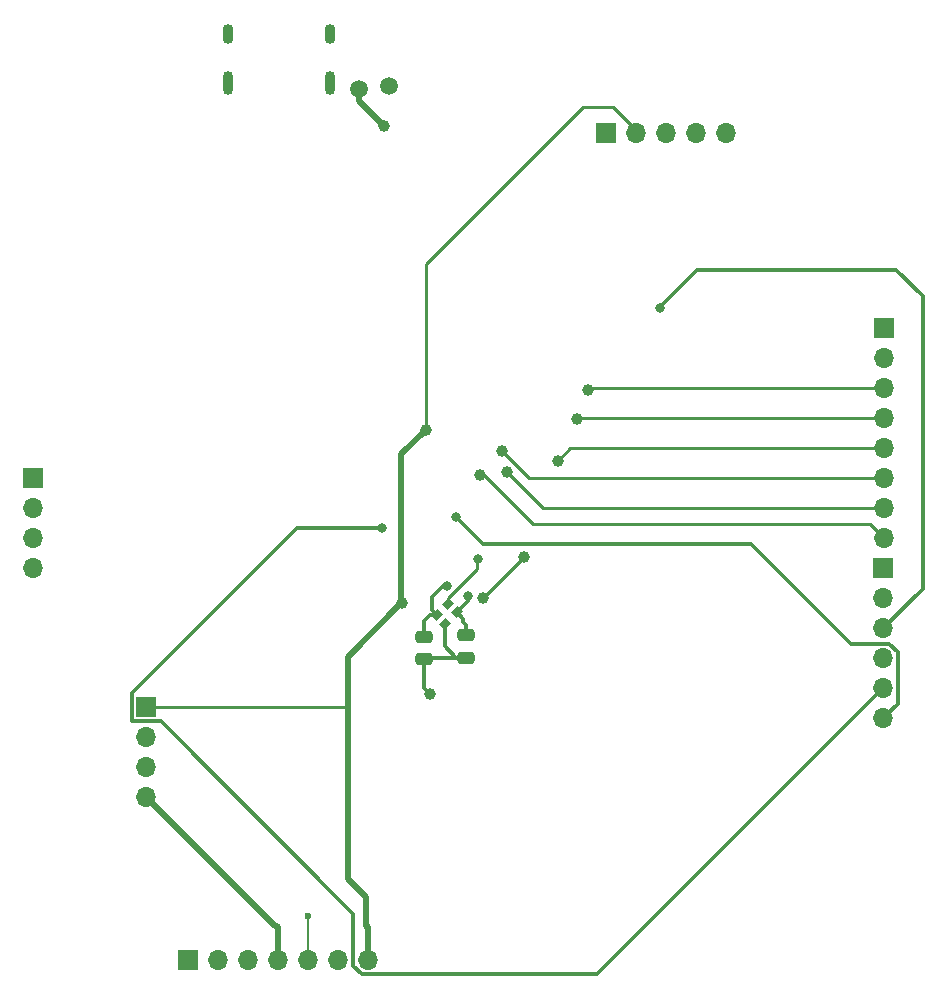
<source format=gbr>
%TF.GenerationSoftware,KiCad,Pcbnew,7.0.10*%
%TF.CreationDate,2024-04-02T20:17:41+05:30*%
%TF.ProjectId,blackpill-tft,626c6163-6b70-4696-9c6c-2d7466742e6b,rev?*%
%TF.SameCoordinates,Original*%
%TF.FileFunction,Copper,L2,Bot*%
%TF.FilePolarity,Positive*%
%FSLAX46Y46*%
G04 Gerber Fmt 4.6, Leading zero omitted, Abs format (unit mm)*
G04 Created by KiCad (PCBNEW 7.0.10) date 2024-04-02 20:17:41*
%MOMM*%
%LPD*%
G01*
G04 APERTURE LIST*
G04 Aperture macros list*
%AMRoundRect*
0 Rectangle with rounded corners*
0 $1 Rounding radius*
0 $2 $3 $4 $5 $6 $7 $8 $9 X,Y pos of 4 corners*
0 Add a 4 corners polygon primitive as box body*
4,1,4,$2,$3,$4,$5,$6,$7,$8,$9,$2,$3,0*
0 Add four circle primitives for the rounded corners*
1,1,$1+$1,$2,$3*
1,1,$1+$1,$4,$5*
1,1,$1+$1,$6,$7*
1,1,$1+$1,$8,$9*
0 Add four rect primitives between the rounded corners*
20,1,$1+$1,$2,$3,$4,$5,0*
20,1,$1+$1,$4,$5,$6,$7,0*
20,1,$1+$1,$6,$7,$8,$9,0*
20,1,$1+$1,$8,$9,$2,$3,0*%
%AMRotRect*
0 Rectangle, with rotation*
0 The origin of the aperture is its center*
0 $1 length*
0 $2 width*
0 $3 Rotation angle, in degrees counterclockwise*
0 Add horizontal line*
21,1,$1,$2,0,0,$3*%
G04 Aperture macros list end*
%TA.AperFunction,ComponentPad*%
%ADD10R,1.700000X1.700000*%
%TD*%
%TA.AperFunction,ComponentPad*%
%ADD11O,1.700000X1.700000*%
%TD*%
%TA.AperFunction,ComponentPad*%
%ADD12O,0.900000X2.000000*%
%TD*%
%TA.AperFunction,ComponentPad*%
%ADD13O,0.900000X1.700000*%
%TD*%
%TA.AperFunction,SMDPad,CuDef*%
%ADD14RotRect,0.700000X0.750000X315.000000*%
%TD*%
%TA.AperFunction,SMDPad,CuDef*%
%ADD15RoundRect,0.250000X-0.475000X0.250000X-0.475000X-0.250000X0.475000X-0.250000X0.475000X0.250000X0*%
%TD*%
%TA.AperFunction,ViaPad*%
%ADD16C,0.800000*%
%TD*%
%TA.AperFunction,ViaPad*%
%ADD17C,1.500000*%
%TD*%
%TA.AperFunction,ViaPad*%
%ADD18C,1.000000*%
%TD*%
%TA.AperFunction,ViaPad*%
%ADD19C,0.600000*%
%TD*%
%TA.AperFunction,Conductor*%
%ADD20C,0.200000*%
%TD*%
%TA.AperFunction,Conductor*%
%ADD21C,0.500000*%
%TD*%
%TA.AperFunction,Conductor*%
%ADD22C,0.250000*%
%TD*%
%TA.AperFunction,Conductor*%
%ADD23C,0.300000*%
%TD*%
G04 APERTURE END LIST*
D10*
%TO.P,J3,1,Pin_1*%
%TO.N,+3.3V*%
X118880000Y-119400000D03*
D11*
%TO.P,J3,2,Pin_2*%
%TO.N,/SWDIO*%
X118880000Y-121940000D03*
%TO.P,J3,3,Pin_3*%
%TO.N,/SWCLK*%
X118880000Y-124480000D03*
%TO.P,J3,4,Pin_4*%
%TO.N,GND*%
X118880000Y-127020000D03*
%TD*%
D12*
%TO.P,J1,S1,SHIELD*%
%TO.N,GND*%
X134395200Y-66543800D03*
%TO.P,J1,S2,SHIELD*%
X125745200Y-66543800D03*
D13*
%TO.P,J1,S3,SHIELD*%
X134395200Y-62373800D03*
%TO.P,J1,S4,SHIELD*%
X125745200Y-62373800D03*
%TD*%
D10*
%TO.P,J6,1,Pin_1*%
%TO.N,/PA15*%
X122365000Y-140820000D03*
D11*
%TO.P,J6,2,Pin_2*%
%TO.N,/PB3*%
X124905000Y-140820000D03*
%TO.P,J6,3,Pin_3*%
%TO.N,/PB5*%
X127445000Y-140820000D03*
%TO.P,J6,4,Pin_4*%
%TO.N,GND*%
X129985000Y-140820000D03*
%TO.P,J6,5,Pin_5*%
%TO.N,/PB6*%
X132525000Y-140820000D03*
%TO.P,J6,6,Pin_6*%
%TO.N,GND*%
X135065000Y-140820000D03*
%TO.P,J6,7,Pin_7*%
%TO.N,+3.3V*%
X137605000Y-140820000D03*
%TD*%
D14*
%TO.P,Y2,1,1*%
%TO.N,/PC14*%
X143469150Y-111623744D03*
%TO.P,Y2,2,2*%
%TO.N,GND*%
X144423744Y-110669150D03*
%TO.P,Y2,3,3*%
%TO.N,/PC15*%
X145130850Y-111376256D03*
%TO.P,Y2,4,4*%
%TO.N,GND*%
X144176256Y-112330850D03*
%TD*%
D15*
%TO.P,C10,1*%
%TO.N,/PC14*%
X142420000Y-113420000D03*
%TO.P,C10,2*%
%TO.N,GND*%
X142420000Y-115320000D03*
%TD*%
D10*
%TO.P,J7,1,Pin_1*%
%TO.N,unconnected-(J7-Pin_1-Pad1)*%
X181280000Y-107620000D03*
D11*
%TO.P,J7,2,Pin_2*%
%TO.N,/PA5*%
X181280000Y-110160000D03*
%TO.P,J7,3,Pin_3*%
%TO.N,/PB1*%
X181280000Y-112700000D03*
%TO.P,J7,4,Pin_4*%
%TO.N,/PA7*%
X181280000Y-115240000D03*
%TO.P,J7,5,Pin_5*%
%TO.N,/PB4*%
X181280000Y-117780000D03*
%TO.P,J7,6,Pin_6*%
%TO.N,/PB0*%
X181280000Y-120320000D03*
%TD*%
D10*
%TO.P,TFT DISPLAY,1,Pin_1*%
%TO.N,+5V*%
X181300000Y-87300000D03*
D11*
%TO.P,TFT DISPLAY,2,Pin_2*%
%TO.N,GND*%
X181300000Y-89840000D03*
%TO.P,TFT DISPLAY,3,Pin_3*%
%TO.N,/PA4*%
X181300000Y-92380000D03*
%TO.P,TFT DISPLAY,4,Pin_4*%
%TO.N,/PA3*%
X181300000Y-94920000D03*
%TO.P,TFT DISPLAY,5,Pin_5*%
%TO.N,/PA2*%
X181300000Y-97460000D03*
%TO.P,TFT DISPLAY,6,Pin_6*%
%TO.N,/PA7*%
X181300000Y-100000000D03*
%TO.P,TFT DISPLAY,7,Pin_7*%
%TO.N,/PA5*%
X181300000Y-102540000D03*
%TO.P,TFT DISPLAY,8,Pin_8*%
%TO.N,/PA6*%
X181300000Y-105080000D03*
%TD*%
D10*
%TO.P,J5,1,Pin_1*%
%TO.N,GND*%
X157795000Y-70820000D03*
D11*
%TO.P,J5,2,Pin_2*%
%TO.N,+3.3V*%
X160335000Y-70820000D03*
%TO.P,J5,3,Pin_3*%
%TO.N,/PB10*%
X162875000Y-70820000D03*
%TO.P,J5,4,Pin_4*%
%TO.N,/PA0*%
X165415000Y-70820000D03*
%TO.P,J5,5,Pin_5*%
%TO.N,/PA1*%
X167955000Y-70820000D03*
%TD*%
D15*
%TO.P,C11,1*%
%TO.N,/PC15*%
X145950000Y-113310000D03*
%TO.P,C11,2*%
%TO.N,GND*%
X145950000Y-115210000D03*
%TD*%
D10*
%TO.P,J4,1,Pin_1*%
%TO.N,/PB12*%
X109240000Y-100000000D03*
D11*
%TO.P,J4,2,Pin_2*%
%TO.N,/PB15*%
X109240000Y-102540000D03*
%TO.P,J4,3,Pin_3*%
%TO.N,/PB14*%
X109240000Y-105080000D03*
%TO.P,J4,4,Pin_4*%
%TO.N,/PB13*%
X109240000Y-107620000D03*
%TD*%
D16*
%TO.N,GND*%
X146980000Y-106830000D03*
D17*
X136845200Y-67020000D03*
D18*
X138990000Y-70200000D03*
X142880000Y-118250000D03*
D17*
%TO.N,+5V*%
X139435000Y-66785000D03*
D18*
%TO.N,Net-(U1-PH0)*%
X150850000Y-106690000D03*
X147350000Y-110190000D03*
D16*
%TO.N,/PC14*%
X144320000Y-109140000D03*
%TO.N,/PC15*%
X146070000Y-110000000D03*
D18*
%TO.N,/PA2*%
X153683438Y-98543438D03*
%TO.N,/PA3*%
X155300000Y-95000000D03*
%TO.N,/PA4*%
X156260000Y-92540000D03*
%TO.N,/PA5*%
X149380000Y-99470000D03*
%TO.N,/PA6*%
X147100000Y-99740000D03*
%TO.N,+3.3V*%
X140520000Y-110570000D03*
X142520400Y-95889500D03*
%TO.N,/PA7*%
X149010000Y-97700000D03*
D16*
%TO.N,/PB0*%
X145120000Y-103260000D03*
%TO.N,/PB1*%
X162320000Y-85610000D03*
%TO.N,/PB4*%
X138800000Y-104210000D03*
D19*
%TO.N,/PB6*%
X132520000Y-137040000D03*
%TD*%
D20*
%TO.N,/PB6*%
X132525000Y-137045000D02*
X132520000Y-137040000D01*
X132525000Y-140820000D02*
X132525000Y-137045000D01*
D21*
%TO.N,GND*%
X129870000Y-137900000D02*
X129985000Y-138015000D01*
D22*
X144423744Y-110174176D02*
X146900000Y-107697920D01*
D23*
X144176256Y-114256256D02*
X145130000Y-115210000D01*
D21*
X118880000Y-127020000D02*
X129760000Y-137900000D01*
D23*
X142420000Y-117790000D02*
X142880000Y-118250000D01*
X145950000Y-115210000D02*
X142530000Y-115210000D01*
X144176256Y-112330850D02*
X144176256Y-114256256D01*
X142420000Y-115320000D02*
X142420000Y-117790000D01*
D21*
X129985000Y-138015000D02*
X129985000Y-140820000D01*
X129760000Y-137900000D02*
X129870000Y-137900000D01*
X136845200Y-68055200D02*
X136845200Y-67020000D01*
D22*
X146900000Y-107697920D02*
X146900000Y-106640000D01*
X144423744Y-110669150D02*
X144423744Y-110174176D01*
D23*
X142530000Y-115210000D02*
X142420000Y-115320000D01*
D21*
X138990000Y-70200000D02*
X136845200Y-68055200D01*
D23*
X145130000Y-115210000D02*
X145950000Y-115210000D01*
D22*
%TO.N,Net-(U1-PH0)*%
X150850000Y-106707300D02*
X147367300Y-110190000D01*
X147367300Y-110190000D02*
X147350000Y-110190000D01*
X150850000Y-106690000D02*
X150850000Y-106707300D01*
D23*
%TO.N,/PC14*%
X142886256Y-111623744D02*
X142390000Y-112120000D01*
X142420000Y-112150000D02*
X142420000Y-113420000D01*
X143040000Y-111194594D02*
X143469150Y-111623744D01*
X143040000Y-110100000D02*
X143040000Y-111194594D01*
X142390000Y-112120000D02*
X142420000Y-112150000D01*
X144380000Y-109080000D02*
X144320000Y-109140000D01*
X144000000Y-109140000D02*
X143040000Y-110100000D01*
X144320000Y-109140000D02*
X144000000Y-109140000D01*
X143469150Y-111623744D02*
X142886256Y-111623744D01*
%TO.N,/PC15*%
X145700000Y-111945406D02*
X145700000Y-112220000D01*
X146070000Y-110437106D02*
X145130850Y-111376256D01*
X146070000Y-109860000D02*
X146020000Y-109810000D01*
X146070000Y-109917716D02*
X146070000Y-110000000D01*
X145700000Y-112220000D02*
X145950000Y-112470000D01*
X146070000Y-110000000D02*
X146070000Y-110437106D01*
X145950000Y-112470000D02*
X145950000Y-113310000D01*
X146070000Y-110000000D02*
X146070000Y-109860000D01*
X145130850Y-111376256D02*
X145700000Y-111945406D01*
X145962284Y-109810000D02*
X146070000Y-109917716D01*
D22*
%TO.N,/PA2*%
X153683438Y-98543438D02*
X154766876Y-97460000D01*
X154766876Y-97460000D02*
X181300000Y-97460000D01*
%TO.N,/PA3*%
X155380000Y-94920000D02*
X181300000Y-94920000D01*
X155300000Y-95000000D02*
X155380000Y-94920000D01*
%TO.N,/PA4*%
X156260000Y-92540000D02*
X156420000Y-92380000D01*
X156420000Y-92380000D02*
X181300000Y-92380000D01*
%TO.N,/PA5*%
X152460000Y-102540000D02*
X181300000Y-102540000D01*
X149390000Y-99470000D02*
X152460000Y-102540000D01*
X149380000Y-99470000D02*
X149390000Y-99470000D01*
%TO.N,/PA6*%
X147100000Y-99740000D02*
X147446100Y-99740000D01*
X151596100Y-103890000D02*
X180110000Y-103890000D01*
X180110000Y-103890000D02*
X181300000Y-105080000D01*
X147446100Y-99740000D02*
X151596100Y-103890000D01*
D21*
%TO.N,+3.3V*%
X135940000Y-119270000D02*
X135940000Y-133920000D01*
X135940000Y-115130000D02*
X135940000Y-119270000D01*
D22*
X135810000Y-119400000D02*
X135940000Y-119270000D01*
D21*
X142520400Y-95889500D02*
X140473300Y-97936600D01*
D22*
X160335000Y-70820000D02*
X160335000Y-70495000D01*
D21*
X137490000Y-135470000D02*
X137490000Y-137900000D01*
D22*
X155800000Y-68570000D02*
X142520400Y-81849600D01*
D21*
X137605000Y-138015000D02*
X137605000Y-140820000D01*
D22*
X118880000Y-119400000D02*
X135810000Y-119400000D01*
X160335000Y-70495000D02*
X158410000Y-68570000D01*
D21*
X140473300Y-110596700D02*
X135940000Y-115130000D01*
X137490000Y-137900000D02*
X137605000Y-138015000D01*
X140473300Y-97936600D02*
X140473300Y-110596700D01*
D22*
X158410000Y-68570000D02*
X155800000Y-68570000D01*
X142520400Y-81849600D02*
X142520400Y-95889500D01*
D21*
X135940000Y-133920000D02*
X137490000Y-135470000D01*
D22*
%TO.N,/PA7*%
X149010000Y-97700000D02*
X151310000Y-100000000D01*
X151310000Y-100000000D02*
X181300000Y-100000000D01*
D23*
%TO.N,/PB0*%
X170025000Y-105555000D02*
X178490000Y-114020000D01*
X147415000Y-105555000D02*
X170025000Y-105555000D01*
X182500000Y-119100000D02*
X181280000Y-120320000D01*
X178490000Y-114020000D02*
X181757057Y-114020000D01*
X182500000Y-114762943D02*
X182500000Y-119100000D01*
X145120000Y-103260000D02*
X147415000Y-105555000D01*
X181757057Y-114020000D02*
X182500000Y-114762943D01*
%TO.N,/PB1*%
X184610000Y-109370000D02*
X184610000Y-84610000D01*
X170490000Y-82370000D02*
X165500000Y-82370000D01*
X181280000Y-112700000D02*
X184610000Y-109370000D01*
X184610000Y-84610000D02*
X182370000Y-82370000D01*
X182370000Y-82370000D02*
X170490000Y-82370000D01*
X170490000Y-82370000D02*
X170370000Y-82370000D01*
X162320000Y-85550000D02*
X162320000Y-85610000D01*
X162260000Y-85610000D02*
X162390000Y-85480000D01*
X165500000Y-82370000D02*
X162320000Y-85550000D01*
X162320000Y-85610000D02*
X162260000Y-85610000D01*
%TO.N,/PB4*%
X138770000Y-104240000D02*
X138800000Y-104210000D01*
X157040000Y-142020000D02*
X137107943Y-142020000D01*
X131640000Y-104240000D02*
X138770000Y-104240000D01*
X138830000Y-104240000D02*
X138840000Y-104240000D01*
X137107943Y-142020000D02*
X136405000Y-141317057D01*
X117680000Y-120600000D02*
X117680000Y-118200000D01*
X117680000Y-118200000D02*
X131640000Y-104240000D01*
X136405000Y-141317057D02*
X136405000Y-136925000D01*
X120080000Y-120600000D02*
X117680000Y-120600000D01*
X138800000Y-104210000D02*
X138830000Y-104240000D01*
X181280000Y-117780000D02*
X157040000Y-142020000D01*
X136405000Y-136925000D02*
X120080000Y-120600000D01*
%TD*%
M02*

</source>
